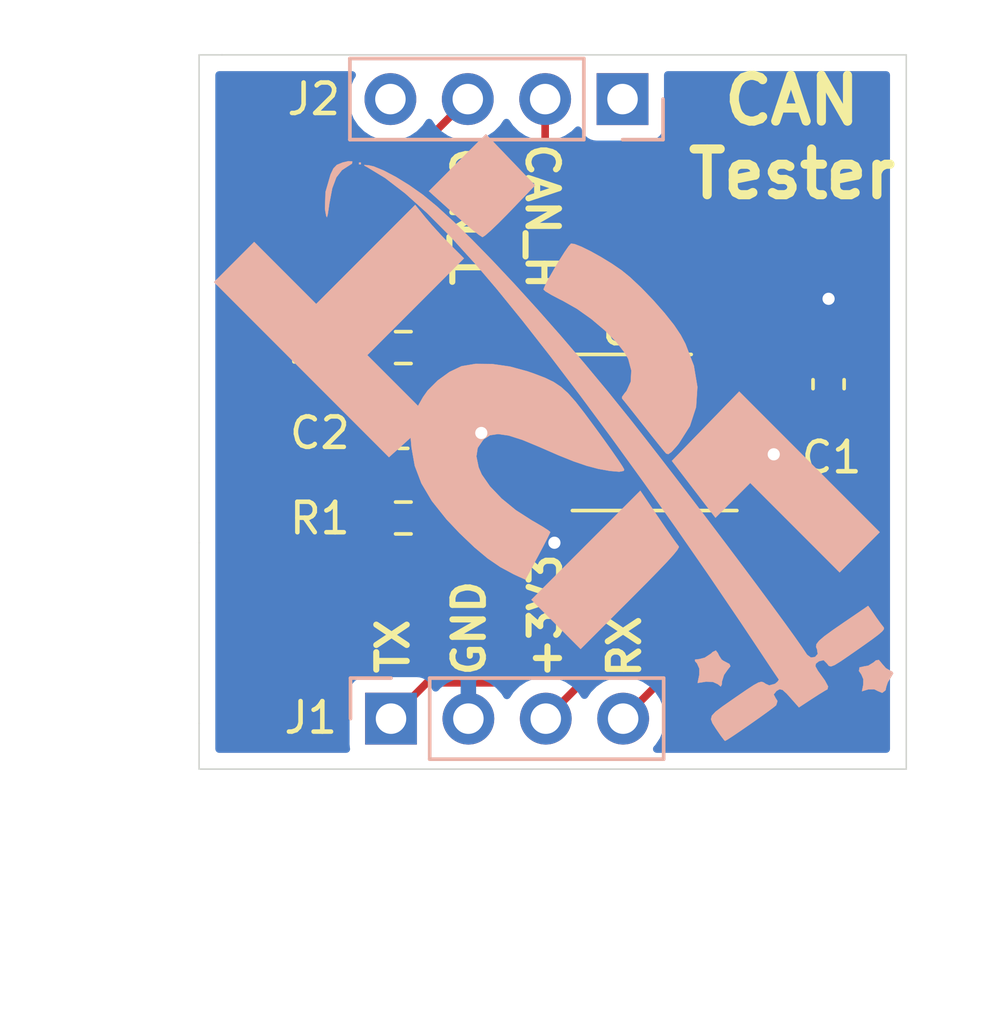
<source format=kicad_pcb>
(kicad_pcb (version 20171130) (host pcbnew "(5.1.9)-1")

  (general
    (thickness 1.6)
    (drawings 17)
    (tracks 42)
    (zones 0)
    (modules 8)
    (nets 11)
  )

  (page A4)
  (layers
    (0 F.Cu signal)
    (31 B.Cu signal)
    (32 B.Adhes user)
    (33 F.Adhes user)
    (34 B.Paste user)
    (35 F.Paste user)
    (36 B.SilkS user)
    (37 F.SilkS user)
    (38 B.Mask user)
    (39 F.Mask user)
    (40 Dwgs.User user)
    (41 Cmts.User user)
    (42 Eco1.User user)
    (43 Eco2.User user)
    (44 Edge.Cuts user)
    (45 Margin user)
    (46 B.CrtYd user)
    (47 F.CrtYd user)
    (48 B.Fab user hide)
    (49 F.Fab user hide)
  )

  (setup
    (last_trace_width 0.25)
    (trace_clearance 0.2)
    (zone_clearance 0.508)
    (zone_45_only no)
    (trace_min 0.2)
    (via_size 0.8)
    (via_drill 0.4)
    (via_min_size 0.4)
    (via_min_drill 0.3)
    (uvia_size 0.3)
    (uvia_drill 0.1)
    (uvias_allowed no)
    (uvia_min_size 0.2)
    (uvia_min_drill 0.1)
    (edge_width 0.05)
    (segment_width 0.2)
    (pcb_text_width 0.3)
    (pcb_text_size 1.5 1.5)
    (mod_edge_width 0.12)
    (mod_text_size 1 1)
    (mod_text_width 0.15)
    (pad_size 1.524 1.524)
    (pad_drill 0.762)
    (pad_to_mask_clearance 0)
    (aux_axis_origin 0 0)
    (visible_elements 7FFFFFFF)
    (pcbplotparams
      (layerselection 0x01000_7fffffff)
      (usegerberextensions false)
      (usegerberattributes true)
      (usegerberadvancedattributes true)
      (creategerberjobfile true)
      (excludeedgelayer true)
      (linewidth 0.100000)
      (plotframeref false)
      (viasonmask false)
      (mode 1)
      (useauxorigin false)
      (hpglpennumber 1)
      (hpglpenspeed 20)
      (hpglpendiameter 15.000000)
      (psnegative false)
      (psa4output false)
      (plotreference true)
      (plotvalue true)
      (plotinvisibletext false)
      (padsonsilk false)
      (subtractmaskfromsilk false)
      (outputformat 1)
      (mirror false)
      (drillshape 0)
      (scaleselection 1)
      (outputdirectory "New folder/"))
  )

  (net 0 "")
  (net 1 GND)
  (net 2 +3V3)
  (net 3 "Net-(C2-Pad2)")
  (net 4 CAN_RX)
  (net 5 CAN_TX)
  (net 6 "Net-(J2-Pad4)")
  (net 7 CAN_H)
  (net 8 CAN_L)
  (net 9 "Net-(J2-Pad1)")
  (net 10 "Net-(U1-Pad5)")

  (net_class Default "This is the default net class."
    (clearance 0.2)
    (trace_width 0.25)
    (via_dia 0.8)
    (via_drill 0.4)
    (uvia_dia 0.3)
    (uvia_drill 0.1)
    (add_net +3V3)
    (add_net CAN_H)
    (add_net CAN_L)
    (add_net CAN_RX)
    (add_net CAN_TX)
    (add_net GND)
    (add_net "Net-(C2-Pad2)")
    (add_net "Net-(J2-Pad1)")
    (add_net "Net-(J2-Pad4)")
    (add_net "Net-(U1-Pad5)")
  )

  (module TSL:TSL_logo_1cm_tall (layer B.Cu) (tedit 0) (tstamp 6068F9B5)
    (at 185.3 104.9 315)
    (fp_text reference G*** (at 0 0 315) (layer B.SilkS) hide
      (effects (font (size 1.524 1.524) (thickness 0.3)) (justify mirror))
    )
    (fp_text value LOGO (at 0.75 0 315) (layer B.SilkS) hide
      (effects (font (size 1.524 1.524) (thickness 0.3)) (justify mirror))
    )
    (fp_poly (pts (xy 2.001329 -1.727497) (xy 2.024998 -1.850635) (xy 2.013173 -2.096185) (xy 2.001304 -2.217811)
      (xy 1.852671 -2.879878) (xy 1.556758 -3.46342) (xy 1.119251 -3.962543) (xy 0.545832 -4.371355)
      (xy -0.157811 -4.683965) (xy -0.470277 -4.779617) (xy -0.860286 -4.856285) (xy -1.363458 -4.913358)
      (xy -1.924491 -4.948392) (xy -2.488087 -4.958943) (xy -2.998943 -4.942569) (xy -3.344333 -4.906614)
      (xy -3.729031 -4.833911) (xy -4.128327 -4.737892) (xy -4.505578 -4.629898) (xy -4.824142 -4.52127)
      (xy -5.047375 -4.42335) (xy -5.137381 -4.351649) (xy -5.131595 -4.23512) (xy -5.088867 -4.001537)
      (xy -5.020558 -3.696146) (xy -4.938027 -3.364192) (xy -4.852632 -3.050921) (xy -4.775735 -2.801578)
      (xy -4.718692 -2.661409) (xy -4.710145 -2.649922) (xy -4.615655 -2.655652) (xy -4.402457 -2.709225)
      (xy -4.110767 -2.800029) (xy -4.005335 -2.83594) (xy -3.486025 -2.979751) (xy -2.913584 -3.077425)
      (xy -2.334288 -3.126208) (xy -1.794415 -3.123345) (xy -1.340242 -3.06608) (xy -1.13435 -3.006863)
      (xy -0.793553 -2.810145) (xy -0.547676 -2.534888) (xy -0.429444 -2.221109) (xy -0.42365 -2.137833)
      (xy -0.399417 -1.988705) (xy -0.359833 -1.946597) (xy -0.255902 -1.936852) (xy -0.018151 -1.910784)
      (xy 0.319116 -1.872253) (xy 0.721591 -1.825121) (xy 0.762 -1.820333) (xy 1.175232 -1.77233)
      (xy 1.532767 -1.732678) (xy 1.798013 -1.705306) (xy 1.934377 -1.694142) (xy 1.938228 -1.694069)
      (xy 2.001329 -1.727497)) (layer B.SilkS) (width 0.01))
    (fp_poly (pts (xy -8.530166 -2.330089) (xy -8.10941 -2.356489) (xy -7.750252 -2.38676) (xy -7.486278 -2.417503)
      (xy -7.351073 -2.445318) (xy -7.34235 -2.450313) (xy -7.320065 -2.552785) (xy -7.304454 -2.79202)
      (xy -7.296628 -3.135539) (xy -7.297695 -3.550864) (xy -7.300017 -3.689716) (xy -7.323666 -4.868333)
      (xy -9.652 -4.915445) (xy -9.652 -2.270651) (xy -8.530166 -2.330089)) (layer B.SilkS) (width 0.01))
    (fp_poly (pts (xy 4.572 -2.963333) (xy 8.720667 -2.963333) (xy 8.720667 -4.826) (xy 2.197597 -4.826)
      (xy 2.220632 -3.240886) (xy 2.243667 -1.655773) (xy 3.005667 -1.555253) (xy 3.405538 -1.502516)
      (xy 3.794811 -1.451196) (xy 4.104776 -1.410351) (xy 4.169834 -1.401784) (xy 4.572 -1.348834)
      (xy 4.572 -2.963333)) (layer B.SilkS) (width 0.01))
    (fp_poly (pts (xy 9.97 3.60427) (xy 9.995757 3.514376) (xy 10.041391 3.297647) (xy 10.099699 2.9944)
      (xy 10.163481 2.644954) (xy 10.225536 2.289626) (xy 10.278664 1.968736) (xy 10.315662 1.722602)
      (xy 10.329334 1.592336) (xy 10.26268 1.463876) (xy 10.154112 1.439333) (xy 10.022677 1.398866)
      (xy 10.005639 1.25101) (xy 10.005945 1.248833) (xy 10.038067 1.137722) (xy 10.122974 1.085653)
      (xy 10.305653 1.076744) (xy 10.470383 1.084867) (xy 10.907767 1.1114) (xy 11.009496 0.621373)
      (xy 11.070959 0.339209) (xy 11.124157 0.118892) (xy 11.150296 0.02953) (xy 11.099744 -0.049326)
      (xy 10.888134 -0.113614) (xy 10.780517 -0.131598) (xy 10.493288 -0.177354) (xy 10.339934 -0.222852)
      (xy 10.286389 -0.289515) (xy 10.298589 -0.398764) (xy 10.306468 -0.429705) (xy 10.384895 -0.55763)
      (xy 10.543828 -0.557189) (xy 10.636934 -0.544699) (xy 10.702898 -0.58311) (xy 10.755794 -0.70239)
      (xy 10.809698 -0.932504) (xy 10.868948 -1.249402) (xy 10.962931 -1.775125) (xy 11.027674 -2.157254)
      (xy 11.065164 -2.418621) (xy 11.077389 -2.582061) (xy 11.066335 -2.670407) (xy 11.033991 -2.706494)
      (xy 10.996321 -2.71302) (xy 10.843999 -2.73069) (xy 10.604777 -2.770382) (xy 10.519834 -2.786319)
      (xy 10.301723 -2.82646) (xy 10.17391 -2.846012) (xy 10.16 -2.845964) (xy 10.1452 -2.764228)
      (xy 10.105142 -2.550737) (xy 10.04634 -2.240063) (xy 9.990667 -1.947333) (xy 9.902039 -1.467282)
      (xy 9.848942 -1.127142) (xy 9.831269 -0.90128) (xy 9.848911 -0.764069) (xy 9.901759 -0.689876)
      (xy 9.985188 -0.654234) (xy 10.105812 -0.563776) (xy 10.114761 -0.431114) (xy 10.031899 -0.320679)
      (xy 9.877087 -0.296906) (xy 9.875171 -0.297341) (xy 9.59247 -0.353997) (xy 9.161744 -0.428866)
      (xy 8.602989 -0.519117) (xy 7.936202 -0.621916) (xy 7.181377 -0.734431) (xy 6.358512 -0.853829)
      (xy 5.487601 -0.977277) (xy 4.58864 -1.101943) (xy 3.681626 -1.224993) (xy 2.786554 -1.343594)
      (xy 1.923419 -1.454915) (xy 1.112219 -1.556123) (xy 0.372948 -1.644384) (xy 0.338667 -1.648356)
      (xy -0.843866 -1.775206) (xy -2.040243 -1.884787) (xy -3.23044 -1.976315) (xy -4.394431 -2.04901)
      (xy -5.512193 -2.10209) (xy -6.563701 -2.134772) (xy -7.528931 -2.146274) (xy -8.387858 -2.135816)
      (xy -9.120457 -2.102615) (xy -9.706705 -2.045889) (xy -9.736666 -2.041738) (xy -10.251625 -1.95163)
      (xy -10.743492 -1.834308) (xy -11.173036 -1.701451) (xy -11.501028 -1.56474) (xy -11.65046 -1.471969)
      (xy -11.75995 -1.377612) (xy -11.73487 -1.367118) (xy -11.641666 -1.395898) (xy -10.972816 -1.559885)
      (xy -10.149862 -1.668173) (xy -9.178675 -1.720581) (xy -8.065124 -1.71693) (xy -6.81508 -1.657037)
      (xy -5.799666 -1.575853) (xy -4.459399 -1.437568) (xy -2.97869 -1.257784) (xy -1.380317 -1.040086)
      (xy 0.312941 -0.788062) (xy 2.078306 -0.505297) (xy 3.892999 -0.195378) (xy 5.734241 0.138108)
      (xy 7.579254 0.491576) (xy 8.501043 0.675693) (xy 8.940814 0.764331) (xy 9.318578 0.839632)
      (xy 9.604793 0.895774) (xy 9.76992 0.926935) (xy 9.798098 0.931333) (xy 9.815231 1.002331)
      (xy 9.806055 1.121834) (xy 9.709642 1.293006) (xy 9.58864 1.339371) (xy 9.504155 1.355184)
      (xy 9.441648 1.392883) (xy 9.391149 1.479947) (xy 9.342691 1.643859) (xy 9.286304 1.9121)
      (xy 9.212018 2.312152) (xy 9.188111 2.44352) (xy 9.112727 2.863891) (xy 9.073942 3.147753)
      (xy 9.080569 3.325634) (xy 9.141423 3.428061) (xy 9.265316 3.485565) (xy 9.461063 3.528673)
      (xy 9.503834 3.537106) (xy 9.754788 3.582595) (xy 9.925649 3.605413) (xy 9.97 3.60427)) (layer B.SilkS) (width 0.01))
    (fp_poly (pts (xy 12.097553 -0.913058) (xy 12.235723 -1.057732) (xy 12.364312 -1.100667) (xy 12.502913 -1.158047)
      (xy 12.520979 -1.292053) (xy 12.452515 -1.401233) (xy 12.38436 -1.540422) (xy 12.346682 -1.712281)
      (xy 12.30796 -1.868245) (xy 12.2299 -1.881946) (xy 12.192 -1.860598) (xy 12.018271 -1.815574)
      (xy 11.832167 -1.827211) (xy 11.664867 -1.842945) (xy 11.605144 -1.766335) (xy 11.599334 -1.668094)
      (xy 11.550798 -1.464071) (xy 11.473266 -1.35544) (xy 11.388947 -1.223018) (xy 11.455959 -1.126565)
      (xy 11.594003 -1.100667) (xy 11.754081 -1.035238) (xy 11.87258 -0.913058) (xy 11.997148 -0.725449)
      (xy 12.097553 -0.913058)) (layer B.SilkS) (width 0.01))
    (fp_poly (pts (xy -0.335754 4.932766) (xy 0.227292 4.882089) (xy 0.723038 4.788712) (xy 1.201381 4.644997)
      (xy 1.368883 4.583323) (xy 1.594766 4.49681) (xy 1.347577 3.673487) (xy 1.241195 3.325823)
      (xy 1.151274 3.044293) (xy 1.089496 2.864784) (xy 1.06947 2.819248) (xy 0.979616 2.826399)
      (xy 0.767688 2.87256) (xy 0.473962 2.948618) (xy 0.37111 2.977261) (xy -0.235607 3.110024)
      (xy -0.83572 3.170494) (xy -1.389095 3.158611) (xy -1.855598 3.074316) (xy -2.092669 2.98096)
      (xy -2.399481 2.779104) (xy -2.566837 2.550874) (xy -2.623836 2.253673) (xy -2.624667 2.202127)
      (xy -2.574993 1.971822) (xy -2.41628 1.756447) (xy -2.133987 1.545062) (xy -1.713575 1.326731)
      (xy -1.153827 1.095586) (xy -0.52513 0.848711) (xy -0.026048 0.634647) (xy 0.375938 0.437357)
      (xy 0.713347 0.240801) (xy 1.018698 0.028941) (xy 1.037472 0.014817) (xy 1.270669 -0.180951)
      (xy 1.355705 -0.304989) (xy 1.332628 -0.349317) (xy 1.217557 -0.381001) (xy 0.963884 -0.43213)
      (xy 0.600535 -0.497481) (xy 0.156435 -0.571829) (xy -0.288963 -0.642206) (xy -0.891186 -0.731877)
      (xy -1.361452 -0.789714) (xy -1.734695 -0.812545) (xy -2.045849 -0.797197) (xy -2.329847 -0.740498)
      (xy -2.621623 -0.639276) (xy -2.95611 -0.49036) (xy -3.187255 -0.379029) (xy -3.705423 -0.081897)
      (xy -4.177048 0.272263) (xy -4.563924 0.650578) (xy -4.827843 1.020174) (xy -4.839608 1.042674)
      (xy -4.981699 1.443554) (xy -5.057355 1.916415) (xy -5.057887 2.380456) (xy -5.01199 2.645833)
      (xy -4.924316 2.963334) (xy -6.102825 2.963334) (xy -7.281333 2.963333) (xy -7.281333 -1.524)
      (xy -7.946247 -1.524) (xy -8.358352 -1.531648) (xy -8.789312 -1.551656) (xy -9.13158 -1.578394)
      (xy -9.652 -1.632789) (xy -9.652 2.963333) (xy -12.530666 2.963333) (xy -12.530666 4.826)
      (xy -4.411117 4.826) (xy -4.360333 3.868846) (xy -4.106333 4.081853) (xy -3.611096 4.427341)
      (xy -3.04976 4.679675) (xy -2.398304 4.84559) (xy -1.632708 4.931822) (xy -1.016 4.94838)
      (xy -0.335754 4.932766)) (layer B.SilkS) (width 0.01))
    (fp_poly (pts (xy -11.853333 -1.312333) (xy -11.895666 -1.354667) (xy -11.938 -1.312333) (xy -11.895666 -1.27)
      (xy -11.853333 -1.312333)) (layer B.SilkS) (width 0.01))
    (fp_poly (pts (xy -11.461851 0.617916) (xy -11.60369 0.425118) (xy -11.677214 0.327997) (xy -11.96369 -0.093026)
      (xy -12.121529 -0.440302) (xy -12.159541 -0.738985) (xy -12.119138 -0.933862) (xy -12.07791 -1.123505)
      (xy -12.116764 -1.179936) (xy -12.21146 -1.10333) (xy -12.318426 -0.932443) (xy -12.397691 -0.742968)
      (xy -12.395041 -0.579254) (xy -12.322868 -0.377199) (xy -12.032828 0.148505) (xy -11.661513 0.545305)
      (xy -11.589321 0.599796) (xy -11.460226 0.68806) (xy -11.415883 0.699831) (xy -11.461851 0.617916)) (layer B.SilkS) (width 0.01))
    (fp_poly (pts (xy 4.487334 2.497667) (xy 4.485654 1.776493) (xy 4.480166 1.209732) (xy 4.470191 0.782493)
      (xy 4.455054 0.479883) (xy 4.434077 0.287013) (xy 4.406584 0.188989) (xy 4.3815 0.168757)
      (xy 4.261377 0.153256) (xy 4.010999 0.111408) (xy 3.666275 0.049485) (xy 3.263112 -0.026238)
      (xy 3.2385 -0.030958) (xy 2.201334 -0.230096) (xy 2.201334 4.826) (xy 4.487334 4.826)
      (xy 4.487334 2.497667)) (layer B.SilkS) (width 0.01))
    (fp_poly (pts (xy 8.150704 2.676012) (xy 8.315328 2.52044) (xy 8.486169 2.455335) (xy 8.486851 2.455333)
      (xy 8.60634 2.443886) (xy 8.591298 2.380764) (xy 8.522122 2.3005) (xy 8.415064 2.098315)
      (xy 8.382 1.910442) (xy 8.362578 1.748177) (xy 8.285306 1.719256) (xy 8.233834 1.736693)
      (xy 8.06508 1.789506) (xy 8.001 1.798169) (xy 7.8557 1.768061) (xy 7.768167 1.736693)
      (xy 7.660881 1.723013) (xy 7.622469 1.82975) (xy 7.62 1.910442) (xy 7.570029 2.14538)
      (xy 7.479878 2.3005) (xy 7.389425 2.415101) (xy 7.429106 2.452261) (xy 7.520259 2.455333)
      (xy 7.696132 2.523315) (xy 7.845357 2.676012) (xy 7.989951 2.89669) (xy 8.150704 2.676012)) (layer B.SilkS) (width 0.01))
  )

  (module Resistor_SMD:R_0603_1608Metric_Pad0.98x0.95mm_HandSolder (layer F.Cu) (tedit 5F68FEEE) (tstamp 60613EAE)
    (at 179.24 101.6)
    (descr "Resistor SMD 0603 (1608 Metric), square (rectangular) end terminal, IPC_7351 nominal with elongated pad for handsoldering. (Body size source: IPC-SM-782 page 72, https://www.pcb-3d.com/wordpress/wp-content/uploads/ipc-sm-782a_amendment_1_and_2.pdf), generated with kicad-footprint-generator")
    (tags "resistor handsolder")
    (path /6061CFA2)
    (attr smd)
    (fp_text reference R2 (at -2.84 0) (layer F.SilkS)
      (effects (font (size 1 1) (thickness 0.15)))
    )
    (fp_text value 60.4 (at 0 1.43) (layer F.Fab)
      (effects (font (size 1 1) (thickness 0.15)))
    )
    (fp_line (start 1.65 0.73) (end -1.65 0.73) (layer F.CrtYd) (width 0.05))
    (fp_line (start 1.65 -0.73) (end 1.65 0.73) (layer F.CrtYd) (width 0.05))
    (fp_line (start -1.65 -0.73) (end 1.65 -0.73) (layer F.CrtYd) (width 0.05))
    (fp_line (start -1.65 0.73) (end -1.65 -0.73) (layer F.CrtYd) (width 0.05))
    (fp_line (start -0.254724 0.5225) (end 0.254724 0.5225) (layer F.SilkS) (width 0.12))
    (fp_line (start -0.254724 -0.5225) (end 0.254724 -0.5225) (layer F.SilkS) (width 0.12))
    (fp_line (start 0.8 0.4125) (end -0.8 0.4125) (layer F.Fab) (width 0.1))
    (fp_line (start 0.8 -0.4125) (end 0.8 0.4125) (layer F.Fab) (width 0.1))
    (fp_line (start -0.8 -0.4125) (end 0.8 -0.4125) (layer F.Fab) (width 0.1))
    (fp_line (start -0.8 0.4125) (end -0.8 -0.4125) (layer F.Fab) (width 0.1))
    (fp_text user %R (at 0 0) (layer F.Fab)
      (effects (font (size 0.4 0.4) (thickness 0.06)))
    )
    (pad 2 smd roundrect (at 0.9125 0) (size 0.975 0.95) (layers F.Cu F.Paste F.Mask) (roundrect_rratio 0.25)
      (net 8 CAN_L))
    (pad 1 smd roundrect (at -0.9125 0) (size 0.975 0.95) (layers F.Cu F.Paste F.Mask) (roundrect_rratio 0.25)
      (net 3 "Net-(C2-Pad2)"))
    (model ${KISYS3DMOD}/Resistor_SMD.3dshapes/R_0603_1608Metric.wrl
      (at (xyz 0 0 0))
      (scale (xyz 1 1 1))
      (rotate (xyz 0 0 0))
    )
  )

  (module Resistor_SMD:R_0603_1608Metric_Pad0.98x0.95mm_HandSolder (layer F.Cu) (tedit 5F68FEEE) (tstamp 60613E97)
    (at 179.24 107.188 180)
    (descr "Resistor SMD 0603 (1608 Metric), square (rectangular) end terminal, IPC_7351 nominal with elongated pad for handsoldering. (Body size source: IPC-SM-782 page 72, https://www.pcb-3d.com/wordpress/wp-content/uploads/ipc-sm-782a_amendment_1_and_2.pdf), generated with kicad-footprint-generator")
    (tags "resistor handsolder")
    (path /60619D2C)
    (attr smd)
    (fp_text reference R1 (at 2.74 -0.012) (layer F.SilkS)
      (effects (font (size 1 1) (thickness 0.15)))
    )
    (fp_text value 60.4 (at 0 1.43) (layer F.Fab)
      (effects (font (size 1 1) (thickness 0.15)))
    )
    (fp_line (start 1.65 0.73) (end -1.65 0.73) (layer F.CrtYd) (width 0.05))
    (fp_line (start 1.65 -0.73) (end 1.65 0.73) (layer F.CrtYd) (width 0.05))
    (fp_line (start -1.65 -0.73) (end 1.65 -0.73) (layer F.CrtYd) (width 0.05))
    (fp_line (start -1.65 0.73) (end -1.65 -0.73) (layer F.CrtYd) (width 0.05))
    (fp_line (start -0.254724 0.5225) (end 0.254724 0.5225) (layer F.SilkS) (width 0.12))
    (fp_line (start -0.254724 -0.5225) (end 0.254724 -0.5225) (layer F.SilkS) (width 0.12))
    (fp_line (start 0.8 0.4125) (end -0.8 0.4125) (layer F.Fab) (width 0.1))
    (fp_line (start 0.8 -0.4125) (end 0.8 0.4125) (layer F.Fab) (width 0.1))
    (fp_line (start -0.8 -0.4125) (end 0.8 -0.4125) (layer F.Fab) (width 0.1))
    (fp_line (start -0.8 0.4125) (end -0.8 -0.4125) (layer F.Fab) (width 0.1))
    (fp_text user %R (at 0 0) (layer F.Fab)
      (effects (font (size 0.4 0.4) (thickness 0.06)))
    )
    (pad 2 smd roundrect (at 0.9125 0 180) (size 0.975 0.95) (layers F.Cu F.Paste F.Mask) (roundrect_rratio 0.25)
      (net 3 "Net-(C2-Pad2)"))
    (pad 1 smd roundrect (at -0.9125 0 180) (size 0.975 0.95) (layers F.Cu F.Paste F.Mask) (roundrect_rratio 0.25)
      (net 7 CAN_H))
    (model ${KISYS3DMOD}/Resistor_SMD.3dshapes/R_0603_1608Metric.wrl
      (at (xyz 0 0 0))
      (scale (xyz 1 1 1))
      (rotate (xyz 0 0 0))
    )
  )

  (module Capacitor_SMD:C_0603_1608Metric_Pad1.08x0.95mm_HandSolder (layer F.Cu) (tedit 5F68FEEF) (tstamp 60613E50)
    (at 179.24 104.395 180)
    (descr "Capacitor SMD 0603 (1608 Metric), square (rectangular) end terminal, IPC_7351 nominal with elongated pad for handsoldering. (Body size source: IPC-SM-782 page 76, https://www.pcb-3d.com/wordpress/wp-content/uploads/ipc-sm-782a_amendment_1_and_2.pdf), generated with kicad-footprint-generator")
    (tags "capacitor handsolder")
    (path /6061DD89)
    (attr smd)
    (fp_text reference C2 (at 2.74 -0.005) (layer F.SilkS)
      (effects (font (size 1 1) (thickness 0.15)))
    )
    (fp_text value 2.2uF (at 0 1.43) (layer F.Fab)
      (effects (font (size 1 1) (thickness 0.15)))
    )
    (fp_line (start 1.65 0.73) (end -1.65 0.73) (layer F.CrtYd) (width 0.05))
    (fp_line (start 1.65 -0.73) (end 1.65 0.73) (layer F.CrtYd) (width 0.05))
    (fp_line (start -1.65 -0.73) (end 1.65 -0.73) (layer F.CrtYd) (width 0.05))
    (fp_line (start -1.65 0.73) (end -1.65 -0.73) (layer F.CrtYd) (width 0.05))
    (fp_line (start -0.146267 0.51) (end 0.146267 0.51) (layer F.SilkS) (width 0.12))
    (fp_line (start -0.146267 -0.51) (end 0.146267 -0.51) (layer F.SilkS) (width 0.12))
    (fp_line (start 0.8 0.4) (end -0.8 0.4) (layer F.Fab) (width 0.1))
    (fp_line (start 0.8 -0.4) (end 0.8 0.4) (layer F.Fab) (width 0.1))
    (fp_line (start -0.8 -0.4) (end 0.8 -0.4) (layer F.Fab) (width 0.1))
    (fp_line (start -0.8 0.4) (end -0.8 -0.4) (layer F.Fab) (width 0.1))
    (fp_text user %R (at 0 0) (layer F.Fab)
      (effects (font (size 0.4 0.4) (thickness 0.06)))
    )
    (pad 2 smd roundrect (at 0.8625 0 180) (size 1.075 0.95) (layers F.Cu F.Paste F.Mask) (roundrect_rratio 0.25)
      (net 3 "Net-(C2-Pad2)"))
    (pad 1 smd roundrect (at -0.8625 0 180) (size 1.075 0.95) (layers F.Cu F.Paste F.Mask) (roundrect_rratio 0.25)
      (net 1 GND))
    (model ${KISYS3DMOD}/Capacitor_SMD.3dshapes/C_0603_1608Metric.wrl
      (at (xyz 0 0 0))
      (scale (xyz 1 1 1))
      (rotate (xyz 0 0 0))
    )
  )

  (module Capacitor_SMD:C_0603_1608Metric_Pad1.08x0.95mm_HandSolder (layer F.Cu) (tedit 5F68FEEF) (tstamp 6068D02E)
    (at 193.2 102.8 90)
    (descr "Capacitor SMD 0603 (1608 Metric), square (rectangular) end terminal, IPC_7351 nominal with elongated pad for handsoldering. (Body size source: IPC-SM-782 page 76, https://www.pcb-3d.com/wordpress/wp-content/uploads/ipc-sm-782a_amendment_1_and_2.pdf), generated with kicad-footprint-generator")
    (tags "capacitor handsolder")
    (path /6068D5C3)
    (attr smd)
    (fp_text reference C1 (at -2.4 0.1 180) (layer F.SilkS)
      (effects (font (size 1 1) (thickness 0.15)))
    )
    (fp_text value 0.1uF (at 0 1.43 90) (layer F.Fab)
      (effects (font (size 1 1) (thickness 0.15)))
    )
    (fp_line (start 1.65 0.73) (end -1.65 0.73) (layer F.CrtYd) (width 0.05))
    (fp_line (start 1.65 -0.73) (end 1.65 0.73) (layer F.CrtYd) (width 0.05))
    (fp_line (start -1.65 -0.73) (end 1.65 -0.73) (layer F.CrtYd) (width 0.05))
    (fp_line (start -1.65 0.73) (end -1.65 -0.73) (layer F.CrtYd) (width 0.05))
    (fp_line (start -0.146267 0.51) (end 0.146267 0.51) (layer F.SilkS) (width 0.12))
    (fp_line (start -0.146267 -0.51) (end 0.146267 -0.51) (layer F.SilkS) (width 0.12))
    (fp_line (start 0.8 0.4) (end -0.8 0.4) (layer F.Fab) (width 0.1))
    (fp_line (start 0.8 -0.4) (end 0.8 0.4) (layer F.Fab) (width 0.1))
    (fp_line (start -0.8 -0.4) (end 0.8 -0.4) (layer F.Fab) (width 0.1))
    (fp_line (start -0.8 0.4) (end -0.8 -0.4) (layer F.Fab) (width 0.1))
    (fp_text user %R (at 0 0 90) (layer F.Fab)
      (effects (font (size 0.4 0.4) (thickness 0.06)))
    )
    (pad 2 smd roundrect (at 0.8625 0 90) (size 1.075 0.95) (layers F.Cu F.Paste F.Mask) (roundrect_rratio 0.25)
      (net 1 GND))
    (pad 1 smd roundrect (at -0.8625 0 90) (size 1.075 0.95) (layers F.Cu F.Paste F.Mask) (roundrect_rratio 0.25)
      (net 2 +3V3))
    (model ${KISYS3DMOD}/Capacitor_SMD.3dshapes/C_0603_1608Metric.wrl
      (at (xyz 0 0 0))
      (scale (xyz 1 1 1))
      (rotate (xyz 0 0 0))
    )
  )

  (module Package_SO:SOIC-8_3.9x4.9mm_P1.27mm (layer F.Cu) (tedit 5D9F72B1) (tstamp 60613EC8)
    (at 186.74 104.384 180)
    (descr "SOIC, 8 Pin (JEDEC MS-012AA, https://www.analog.com/media/en/package-pcb-resources/package/pkg_pdf/soic_narrow-r/r_8.pdf), generated with kicad-footprint-generator ipc_gullwing_generator.py")
    (tags "SOIC SO")
    (path /6060DEB8)
    (attr smd)
    (fp_text reference U1 (at 0 3.384) (layer F.SilkS)
      (effects (font (size 1 1) (thickness 0.15)))
    )
    (fp_text value SN65HVD235 (at 0 3.4) (layer F.Fab)
      (effects (font (size 1 1) (thickness 0.15)))
    )
    (fp_line (start 3.7 -2.7) (end -3.7 -2.7) (layer F.CrtYd) (width 0.05))
    (fp_line (start 3.7 2.7) (end 3.7 -2.7) (layer F.CrtYd) (width 0.05))
    (fp_line (start -3.7 2.7) (end 3.7 2.7) (layer F.CrtYd) (width 0.05))
    (fp_line (start -3.7 -2.7) (end -3.7 2.7) (layer F.CrtYd) (width 0.05))
    (fp_line (start -1.95 -1.475) (end -0.975 -2.45) (layer F.Fab) (width 0.1))
    (fp_line (start -1.95 2.45) (end -1.95 -1.475) (layer F.Fab) (width 0.1))
    (fp_line (start 1.95 2.45) (end -1.95 2.45) (layer F.Fab) (width 0.1))
    (fp_line (start 1.95 -2.45) (end 1.95 2.45) (layer F.Fab) (width 0.1))
    (fp_line (start -0.975 -2.45) (end 1.95 -2.45) (layer F.Fab) (width 0.1))
    (fp_line (start 0 -2.56) (end -3.45 -2.56) (layer F.SilkS) (width 0.12))
    (fp_line (start 0 -2.56) (end 1.95 -2.56) (layer F.SilkS) (width 0.12))
    (fp_line (start 0 2.56) (end -1.95 2.56) (layer F.SilkS) (width 0.12))
    (fp_line (start 0 2.56) (end 1.95 2.56) (layer F.SilkS) (width 0.12))
    (fp_text user %R (at 0 0) (layer F.Fab)
      (effects (font (size 0.98 0.98) (thickness 0.15)))
    )
    (pad 8 smd roundrect (at 2.475 -1.905 180) (size 1.95 0.6) (layers F.Cu F.Paste F.Mask) (roundrect_rratio 0.25)
      (net 1 GND))
    (pad 7 smd roundrect (at 2.475 -0.635 180) (size 1.95 0.6) (layers F.Cu F.Paste F.Mask) (roundrect_rratio 0.25)
      (net 7 CAN_H))
    (pad 6 smd roundrect (at 2.475 0.635 180) (size 1.95 0.6) (layers F.Cu F.Paste F.Mask) (roundrect_rratio 0.25)
      (net 8 CAN_L))
    (pad 5 smd roundrect (at 2.475 1.905 180) (size 1.95 0.6) (layers F.Cu F.Paste F.Mask) (roundrect_rratio 0.25)
      (net 10 "Net-(U1-Pad5)"))
    (pad 4 smd roundrect (at -2.475 1.905 180) (size 1.95 0.6) (layers F.Cu F.Paste F.Mask) (roundrect_rratio 0.25)
      (net 4 CAN_RX))
    (pad 3 smd roundrect (at -2.475 0.635 180) (size 1.95 0.6) (layers F.Cu F.Paste F.Mask) (roundrect_rratio 0.25)
      (net 2 +3V3))
    (pad 2 smd roundrect (at -2.475 -0.635 180) (size 1.95 0.6) (layers F.Cu F.Paste F.Mask) (roundrect_rratio 0.25)
      (net 1 GND))
    (pad 1 smd roundrect (at -2.475 -1.905 180) (size 1.95 0.6) (layers F.Cu F.Paste F.Mask) (roundrect_rratio 0.25)
      (net 5 CAN_TX))
    (model ${KISYS3DMOD}/Package_SO.3dshapes/SOIC-8_3.9x4.9mm_P1.27mm.wrl
      (at (xyz 0 0 0))
      (scale (xyz 1 1 1))
      (rotate (xyz 0 0 0))
    )
  )

  (module Connector_PinHeader_2.54mm:PinHeader_1x04_P2.54mm_Vertical (layer B.Cu) (tedit 59FED5CC) (tstamp 6068FB48)
    (at 186.436 93.45 90)
    (descr "Through hole straight pin header, 1x04, 2.54mm pitch, single row")
    (tags "Through hole pin header THT 1x04 2.54mm single row")
    (path /60613841)
    (fp_text reference J2 (at 0 -10.136) (layer F.SilkS)
      (effects (font (size 1 1) (thickness 0.15)))
    )
    (fp_text value Conn_01x04_Male (at 0 -9.95 270) (layer B.Fab)
      (effects (font (size 1 1) (thickness 0.15)) (justify mirror))
    )
    (fp_line (start 1.8 1.8) (end -1.8 1.8) (layer B.CrtYd) (width 0.05))
    (fp_line (start 1.8 -9.4) (end 1.8 1.8) (layer B.CrtYd) (width 0.05))
    (fp_line (start -1.8 -9.4) (end 1.8 -9.4) (layer B.CrtYd) (width 0.05))
    (fp_line (start -1.8 1.8) (end -1.8 -9.4) (layer B.CrtYd) (width 0.05))
    (fp_line (start -1.33 1.33) (end 0 1.33) (layer B.SilkS) (width 0.12))
    (fp_line (start -1.33 0) (end -1.33 1.33) (layer B.SilkS) (width 0.12))
    (fp_line (start -1.33 -1.27) (end 1.33 -1.27) (layer B.SilkS) (width 0.12))
    (fp_line (start 1.33 -1.27) (end 1.33 -8.95) (layer B.SilkS) (width 0.12))
    (fp_line (start -1.33 -1.27) (end -1.33 -8.95) (layer B.SilkS) (width 0.12))
    (fp_line (start -1.33 -8.95) (end 1.33 -8.95) (layer B.SilkS) (width 0.12))
    (fp_line (start -1.27 0.635) (end -0.635 1.27) (layer B.Fab) (width 0.1))
    (fp_line (start -1.27 -8.89) (end -1.27 0.635) (layer B.Fab) (width 0.1))
    (fp_line (start 1.27 -8.89) (end -1.27 -8.89) (layer B.Fab) (width 0.1))
    (fp_line (start 1.27 1.27) (end 1.27 -8.89) (layer B.Fab) (width 0.1))
    (fp_line (start -0.635 1.27) (end 1.27 1.27) (layer B.Fab) (width 0.1))
    (fp_text user %R (at 0 -3.81) (layer B.Fab)
      (effects (font (size 1 1) (thickness 0.15)) (justify mirror))
    )
    (pad 4 thru_hole oval (at 0 -7.62 90) (size 1.7 1.7) (drill 1) (layers *.Cu *.Mask)
      (net 6 "Net-(J2-Pad4)"))
    (pad 3 thru_hole oval (at 0 -5.08 90) (size 1.7 1.7) (drill 1) (layers *.Cu *.Mask)
      (net 7 CAN_H))
    (pad 2 thru_hole oval (at 0 -2.54 90) (size 1.7 1.7) (drill 1) (layers *.Cu *.Mask)
      (net 8 CAN_L))
    (pad 1 thru_hole rect (at 0 0 90) (size 1.7 1.7) (drill 1) (layers *.Cu *.Mask)
      (net 9 "Net-(J2-Pad1)"))
    (model ${KISYS3DMOD}/Connector_PinHeader_2.54mm.3dshapes/PinHeader_1x04_P2.54mm_Vertical.wrl
      (at (xyz 0 0 0))
      (scale (xyz 1 1 1))
      (rotate (xyz 0 0 0))
    )
  )

  (module Connector_PinHeader_2.54mm:PinHeader_1x04_P2.54mm_Vertical (layer B.Cu) (tedit 59FED5CC) (tstamp 60613E68)
    (at 178.836 113.76914 270)
    (descr "Through hole straight pin header, 1x04, 2.54mm pitch, single row")
    (tags "Through hole pin header THT 1x04 2.54mm single row")
    (path /6060FDB0)
    (fp_text reference J1 (at -0.03086 2.636) (layer F.SilkS)
      (effects (font (size 1 1) (thickness 0.15)))
    )
    (fp_text value Conn_01x04_Male (at 0 -9.95 270) (layer B.Fab)
      (effects (font (size 1 1) (thickness 0.15)) (justify mirror))
    )
    (fp_line (start 1.8 1.8) (end -1.8 1.8) (layer B.CrtYd) (width 0.05))
    (fp_line (start 1.8 -9.4) (end 1.8 1.8) (layer B.CrtYd) (width 0.05))
    (fp_line (start -1.8 -9.4) (end 1.8 -9.4) (layer B.CrtYd) (width 0.05))
    (fp_line (start -1.8 1.8) (end -1.8 -9.4) (layer B.CrtYd) (width 0.05))
    (fp_line (start -1.33 1.33) (end 0 1.33) (layer B.SilkS) (width 0.12))
    (fp_line (start -1.33 0) (end -1.33 1.33) (layer B.SilkS) (width 0.12))
    (fp_line (start -1.33 -1.27) (end 1.33 -1.27) (layer B.SilkS) (width 0.12))
    (fp_line (start 1.33 -1.27) (end 1.33 -8.95) (layer B.SilkS) (width 0.12))
    (fp_line (start -1.33 -1.27) (end -1.33 -8.95) (layer B.SilkS) (width 0.12))
    (fp_line (start -1.33 -8.95) (end 1.33 -8.95) (layer B.SilkS) (width 0.12))
    (fp_line (start -1.27 0.635) (end -0.635 1.27) (layer B.Fab) (width 0.1))
    (fp_line (start -1.27 -8.89) (end -1.27 0.635) (layer B.Fab) (width 0.1))
    (fp_line (start 1.27 -8.89) (end -1.27 -8.89) (layer B.Fab) (width 0.1))
    (fp_line (start 1.27 1.27) (end 1.27 -8.89) (layer B.Fab) (width 0.1))
    (fp_line (start -0.635 1.27) (end 1.27 1.27) (layer B.Fab) (width 0.1))
    (fp_text user %R (at 0 -3.81) (layer B.Fab)
      (effects (font (size 1 1) (thickness 0.15)) (justify mirror))
    )
    (pad 4 thru_hole oval (at 0 -7.62 270) (size 1.7 1.7) (drill 1) (layers *.Cu *.Mask)
      (net 4 CAN_RX))
    (pad 3 thru_hole oval (at 0 -5.08 270) (size 1.7 1.7) (drill 1) (layers *.Cu *.Mask)
      (net 2 +3V3))
    (pad 2 thru_hole oval (at 0 -2.54 270) (size 1.7 1.7) (drill 1) (layers *.Cu *.Mask)
      (net 1 GND))
    (pad 1 thru_hole rect (at 0 0 270) (size 1.7 1.7) (drill 1) (layers *.Cu *.Mask)
      (net 5 CAN_TX))
    (model ${KISYS3DMOD}/Connector_PinHeader_2.54mm.3dshapes/PinHeader_1x04_P2.54mm_Vertical.wrl
      (at (xyz 0 0 0))
      (scale (xyz 1 1 1))
      (rotate (xyz 0 0 0))
    )
  )

  (gr_text "CAN\nTester" (at 192 94.7) (layer F.SilkS)
    (effects (font (size 1.5 1.5) (thickness 0.3)))
  )
  (gr_text RX (at 186.5 111.4 90) (layer F.SilkS) (tstamp 6068F87A)
    (effects (font (size 1 1) (thickness 0.2)))
  )
  (gr_text +3V3 (at 183.9 110.4 90) (layer F.SilkS) (tstamp 6068F876)
    (effects (font (size 1 1) (thickness 0.2)))
  )
  (gr_text GND (at 181.4 110.8 90) (layer F.SilkS) (tstamp 6068F869)
    (effects (font (size 1 1) (thickness 0.2)))
  )
  (gr_text TX (at 178.9 111.4 90) (layer F.SilkS) (tstamp 6068F863)
    (effects (font (size 1 1) (thickness 0.2)))
  )
  (gr_text CAN_H (at 183.8 97.3 -90) (layer F.SilkS) (tstamp 6068F857)
    (effects (font (size 1 1) (thickness 0.2)))
  )
  (gr_text CAN_L (at 181.3 97.3 -90) (layer F.SilkS) (tstamp 6068F84B)
    (effects (font (size 1 1) (thickness 0.2)))
  )
  (gr_line (start 173.286 92) (end 195.75 92) (layer Edge.Cuts) (width 0.05) (tstamp 6068DD88))
  (gr_line (start 172.536 115.424) (end 184.25 115.424) (layer Edge.Cuts) (width 0.05) (tstamp 6068DD87))
  (gr_line (start 195.75 115.424) (end 195.75 92) (layer Edge.Cuts) (width 0.05) (tstamp 6068DD7D))
  (gr_line (start 172.536 108) (end 172.536 113.924) (layer Edge.Cuts) (width 0.05) (tstamp 6068DD7C))
  (gr_line (start 172.536 115.424) (end 172.536 113.924) (layer Edge.Cuts) (width 0.05) (tstamp 60614E6B))
  (gr_line (start 172.536 92) (end 172.536 108) (layer Edge.Cuts) (width 0.05))
  (gr_line (start 173.286 92) (end 172.536 92) (layer Edge.Cuts) (width 0.05))
  (gr_line (start 195.75 115.424) (end 194.75 115.424) (layer Edge.Cuts) (width 0.05) (tstamp 6068DD66))
  (gr_line (start 192 115.424) (end 194.75 115.424) (layer Edge.Cuts) (width 0.05) (tstamp 6068DD69))
  (gr_line (start 184.25 115.424) (end 192 115.424) (layer Edge.Cuts) (width 0.05) (tstamp 6068DD6F))

  (via (at 191.4 105.1) (size 0.8) (drill 0.4) (layers F.Cu B.Cu) (net 1))
  (via (at 193.2 100) (size 0.8) (drill 0.4) (layers F.Cu B.Cu) (net 1))
  (segment (start 191.319 105.019) (end 191.4 105.1) (width 0.25) (layer F.Cu) (net 1))
  (segment (start 189.215 105.019) (end 191.319 105.019) (width 0.25) (layer F.Cu) (net 1))
  (segment (start 193.2 101.9375) (end 193.2 100) (width 0.25) (layer F.Cu) (net 1))
  (via (at 184.2 108) (size 0.8) (drill 0.4) (layers F.Cu B.Cu) (net 1))
  (via (at 181.8 104.4) (size 0.8) (drill 0.4) (layers F.Cu B.Cu) (net 1))
  (segment (start 184.265 107.935) (end 184.2 108) (width 0.25) (layer F.Cu) (net 1))
  (segment (start 184.265 106.289) (end 184.265 107.935) (width 0.25) (layer F.Cu) (net 1))
  (segment (start 181.795 104.395) (end 181.8 104.4) (width 0.25) (layer F.Cu) (net 1))
  (segment (start 180.1025 104.395) (end 181.795 104.395) (width 0.25) (layer F.Cu) (net 1))
  (segment (start 191.122002 103.749) (end 189.215 103.749) (width 0.25) (layer F.Cu) (net 2))
  (segment (start 192.125001 104.751999) (end 191.122002 103.749) (width 0.25) (layer F.Cu) (net 2))
  (segment (start 192.125001 105.560139) (end 192.125001 104.751999) (width 0.25) (layer F.Cu) (net 2))
  (segment (start 183.916 113.76914) (end 192.125001 105.560139) (width 0.25) (layer F.Cu) (net 2))
  (segment (start 193.2 103.677) (end 192.125001 104.751999) (width 0.25) (layer F.Cu) (net 2))
  (segment (start 193.2 103.6625) (end 193.2 103.677) (width 0.25) (layer F.Cu) (net 2))
  (segment (start 178.3275 104.345) (end 178.3775 104.395) (width 0.25) (layer F.Cu) (net 3))
  (segment (start 178.3275 101.6) (end 178.3275 104.345) (width 0.25) (layer F.Cu) (net 3))
  (segment (start 178.3775 107.138) (end 178.3275 107.188) (width 0.25) (layer F.Cu) (net 3))
  (segment (start 178.3775 104.395) (end 178.3775 107.138) (width 0.25) (layer F.Cu) (net 3))
  (segment (start 193.548001 99.274999) (end 192.419001 99.274999) (width 0.25) (layer F.Cu) (net 4))
  (segment (start 194.00001 99.727008) (end 193.548001 99.274999) (width 0.25) (layer F.Cu) (net 4))
  (segment (start 194.00001 106.22513) (end 194.00001 99.727008) (width 0.25) (layer F.Cu) (net 4))
  (segment (start 192.419001 99.274999) (end 189.215 102.479) (width 0.25) (layer F.Cu) (net 4))
  (segment (start 186.456 113.76914) (end 194.00001 106.22513) (width 0.25) (layer F.Cu) (net 4))
  (segment (start 182.909861 112.594139) (end 189.215 106.289) (width 0.25) (layer F.Cu) (net 5))
  (segment (start 180.011001 112.594139) (end 182.909861 112.594139) (width 0.25) (layer F.Cu) (net 5))
  (segment (start 178.836 113.76914) (end 180.011001 112.594139) (width 0.25) (layer F.Cu) (net 5))
  (segment (start 182.3215 105.019) (end 180.1525 107.188) (width 0.25) (layer F.Cu) (net 7))
  (segment (start 184.265 105.019) (end 182.3215 105.019) (width 0.25) (layer F.Cu) (net 7))
  (segment (start 177.51499 97.29101) (end 181.356 93.45) (width 0.25) (layer F.Cu) (net 7))
  (segment (start 177.51499 107.6585) (end 177.51499 97.29101) (width 0.25) (layer F.Cu) (net 7))
  (segment (start 177.8445 107.98801) (end 177.51499 107.6585) (width 0.25) (layer F.Cu) (net 7))
  (segment (start 179.35249 107.98801) (end 177.8445 107.98801) (width 0.25) (layer F.Cu) (net 7))
  (segment (start 180.1525 107.188) (end 179.35249 107.98801) (width 0.25) (layer F.Cu) (net 7))
  (segment (start 181.141 101.6) (end 180.1525 101.6) (width 0.25) (layer F.Cu) (net 8))
  (segment (start 183.29 103.749) (end 181.141 101.6) (width 0.25) (layer F.Cu) (net 8))
  (segment (start 184.265 103.749) (end 183.29 103.749) (width 0.25) (layer F.Cu) (net 8))
  (segment (start 180.1525 101.6) (end 180.594 101.6) (width 0.25) (layer F.Cu) (net 8))
  (segment (start 183.896 98.298) (end 183.896 93.45) (width 0.25) (layer F.Cu) (net 8))
  (segment (start 180.594 101.6) (end 183.896 98.298) (width 0.25) (layer F.Cu) (net 8))

  (zone (net 1) (net_name GND) (layer B.Cu) (tstamp 0) (hatch edge 0.508)
    (connect_pads (clearance 0.508))
    (min_thickness 0.254)
    (fill yes (arc_segments 32) (thermal_gap 0.508) (thermal_bridge_width 0.508))
    (polygon
      (pts
        (xy 198.9 123.8) (xy 166 123.8) (xy 166 90.2) (xy 198.9 90.2)
      )
    )
    (filled_polygon
      (pts
        (xy 177.50001 92.746589) (xy 177.388068 93.016842) (xy 177.331 93.30374) (xy 177.331 93.59626) (xy 177.388068 93.883158)
        (xy 177.50001 94.153411) (xy 177.662525 94.396632) (xy 177.869368 94.603475) (xy 178.112589 94.76599) (xy 178.382842 94.877932)
        (xy 178.66974 94.935) (xy 178.96226 94.935) (xy 179.249158 94.877932) (xy 179.519411 94.76599) (xy 179.762632 94.603475)
        (xy 179.969475 94.396632) (xy 180.086 94.22224) (xy 180.202525 94.396632) (xy 180.409368 94.603475) (xy 180.652589 94.76599)
        (xy 180.922842 94.877932) (xy 181.20974 94.935) (xy 181.50226 94.935) (xy 181.789158 94.877932) (xy 182.059411 94.76599)
        (xy 182.302632 94.603475) (xy 182.509475 94.396632) (xy 182.626 94.22224) (xy 182.742525 94.396632) (xy 182.949368 94.603475)
        (xy 183.192589 94.76599) (xy 183.462842 94.877932) (xy 183.74974 94.935) (xy 184.04226 94.935) (xy 184.329158 94.877932)
        (xy 184.599411 94.76599) (xy 184.842632 94.603475) (xy 184.974487 94.47162) (xy 184.996498 94.54418) (xy 185.055463 94.654494)
        (xy 185.134815 94.751185) (xy 185.231506 94.830537) (xy 185.34182 94.889502) (xy 185.461518 94.925812) (xy 185.586 94.938072)
        (xy 187.286 94.938072) (xy 187.410482 94.925812) (xy 187.53018 94.889502) (xy 187.640494 94.830537) (xy 187.737185 94.751185)
        (xy 187.816537 94.654494) (xy 187.875502 94.54418) (xy 187.911812 94.424482) (xy 187.924072 94.3) (xy 187.924072 92.66)
        (xy 195.090001 92.66) (xy 195.09 114.764) (xy 187.561247 114.764) (xy 187.609475 114.715772) (xy 187.77199 114.472551)
        (xy 187.883932 114.202298) (xy 187.941 113.9154) (xy 187.941 113.62288) (xy 187.883932 113.335982) (xy 187.77199 113.065729)
        (xy 187.609475 112.822508) (xy 187.402632 112.615665) (xy 187.159411 112.45315) (xy 186.889158 112.341208) (xy 186.60226 112.28414)
        (xy 186.30974 112.28414) (xy 186.022842 112.341208) (xy 185.752589 112.45315) (xy 185.509368 112.615665) (xy 185.302525 112.822508)
        (xy 185.186 112.9969) (xy 185.069475 112.822508) (xy 184.862632 112.615665) (xy 184.619411 112.45315) (xy 184.349158 112.341208)
        (xy 184.06226 112.28414) (xy 183.76974 112.28414) (xy 183.482842 112.341208) (xy 183.212589 112.45315) (xy 182.969368 112.615665)
        (xy 182.762525 112.822508) (xy 182.640805 113.004674) (xy 182.571178 112.887785) (xy 182.376269 112.671552) (xy 182.14292 112.497499)
        (xy 181.880099 112.372315) (xy 181.73289 112.327664) (xy 181.503 112.448985) (xy 181.503 113.64214) (xy 181.523 113.64214)
        (xy 181.523 113.89614) (xy 181.503 113.89614) (xy 181.503 113.91614) (xy 181.249 113.91614) (xy 181.249 113.89614)
        (xy 181.229 113.89614) (xy 181.229 113.64214) (xy 181.249 113.64214) (xy 181.249 112.448985) (xy 181.01911 112.327664)
        (xy 180.871901 112.372315) (xy 180.60908 112.497499) (xy 180.375731 112.671552) (xy 180.299966 112.755606) (xy 180.275502 112.67496)
        (xy 180.216537 112.564646) (xy 180.137185 112.467955) (xy 180.040494 112.388603) (xy 179.93018 112.329638) (xy 179.810482 112.293328)
        (xy 179.686 112.281068) (xy 177.986 112.281068) (xy 177.861518 112.293328) (xy 177.74182 112.329638) (xy 177.631506 112.388603)
        (xy 177.534815 112.467955) (xy 177.455463 112.564646) (xy 177.396498 112.67496) (xy 177.360188 112.794658) (xy 177.347928 112.91914)
        (xy 177.347928 114.61914) (xy 177.360188 114.743622) (xy 177.36637 114.764) (xy 173.196 114.764) (xy 173.196 92.66)
        (xy 177.557867 92.66)
      )
    )
  )
)

</source>
